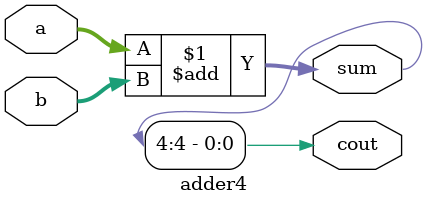
<source format=v>
module top_module (
    input [2:0] sel,
    input [3:0] a0,
    input [3:0] b0,
    input [3:0] a1,
    input [3:0] b1,
    output [3:0] result
);

    // Define the two 4-bit adders
    wire [4:0] sum0, sum1;
    wire cout0, cout1;
    adder4 adder0(.a(a0), .b(b0), .sum(sum0), .cout(cout0));
    adder4 adder1(.a(a1), .b(b1), .sum(sum1), .cout(cout1));

    // Define the bitwise AND of the two least significant bits of all inputs
    wire [1:0] and_out;
    assign and_out = (a0[1:0] & b0[1:0] & a1[1:0] & b1[1:0]);

    // Define the 6-to-1 multiplexer
    wire [4:0] mux_out;
    assign mux_out = (sel == 0) ? {1'b0, sum0} :
                     (sel == 1) ? {1'b0, sum1} :
                     (sel == 2) ? {1'b0, sum0 + sum1} :
                     (sel == 3) ? {1'b0, sum0 - sum1} :
                     (sel == 4) ? {1'b0, sum1 - sum0} :
                     (sel == 5) ? {1'b0, cout0 + cout1} :
                     (sel == 6) ? {1'b0, and_out} :
                                  {1'b0, 4'b1111};

    // Define the output
    assign result = mux_out[3:0];

endmodule

// Define the 4-bit adder module
module adder4 (
    input [3:0] a,
    input [3:0] b,
    output [4:0] sum,
    output cout
);

    assign sum = a + b;
    assign cout = (sum[4] == 1);

endmodule
</source>
